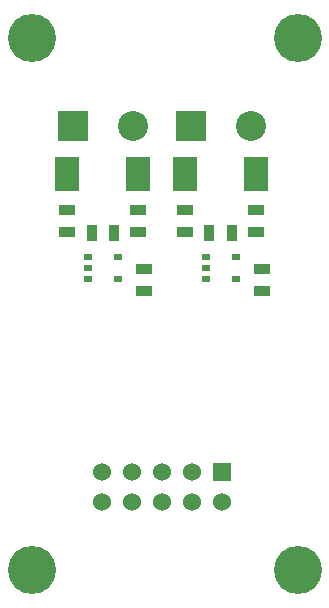
<source format=gbs>
G04 This is an RS-274x file exported by *
G04 gerbv version 2.5.0 *
G04 More information is available about gerbv at *
G04 http://gerbv.gpleda.org/ *
G04 --End of header info--*
%MOIN*%
%FSLAX23Y23*%
%IPPOS*%
G04 --Define apertures--*
%ADD10C,0.0060*%
%ADD11R,0.0300X0.0200*%
%ADD12R,0.0787X0.1181*%
%ADD13R,0.0350X0.0550*%
%ADD14R,0.0550X0.0350*%
%ADD15R,0.0600X0.0600*%
%ADD16C,0.0600*%
%ADD17R,0.1000X0.1000*%
%ADD18C,0.1000*%
%ADD19C,0.1600*%
G04 --Start main section--*
G54D11*
G01X04517Y-4742D03*
G01X04517Y-4667D03*
G01X04617Y-4742D03*
G01X04517Y-4705D03*
G01X04617Y-4667D03*
G01X04123Y-4742D03*
G01X04123Y-4667D03*
G01X04223Y-4742D03*
G01X04123Y-4705D03*
G01X04223Y-4667D03*
G54D12*
G01X04685Y-4390D03*
G01X04449Y-4390D03*
G01X04291Y-4390D03*
G01X04055Y-4390D03*
G54D13*
G01X04529Y-4587D03*
G01X04604Y-4587D03*
G01X04136Y-4587D03*
G01X04211Y-4587D03*
G54D14*
G01X04055Y-4510D03*
G01X04055Y-4585D03*
G01X04291Y-4510D03*
G01X04291Y-4585D03*
G01X04449Y-4510D03*
G01X04449Y-4585D03*
G01X04685Y-4510D03*
G01X04685Y-4585D03*
G01X04705Y-4706D03*
G01X04705Y-4781D03*
G01X04311Y-4706D03*
G01X04311Y-4781D03*
G54D15*
G01X04570Y-5383D03*
G54D16*
G01X04570Y-5483D03*
G01X04470Y-5383D03*
G01X04470Y-5483D03*
G01X04370Y-5383D03*
G01X04370Y-5483D03*
G01X04270Y-5383D03*
G01X04270Y-5483D03*
G01X04170Y-5383D03*
G01X04170Y-5483D03*
G54D17*
G01X04073Y-4232D03*
G54D18*
G01X04273Y-4232D03*
G54D17*
G01X04467Y-4232D03*
G54D18*
G01X04667Y-4232D03*
G54D19*
G01X03937Y-3937D03*
G01X03937Y-5709D03*
G01X04823Y-3937D03*
G01X04823Y-5709D03*
M02*

</source>
